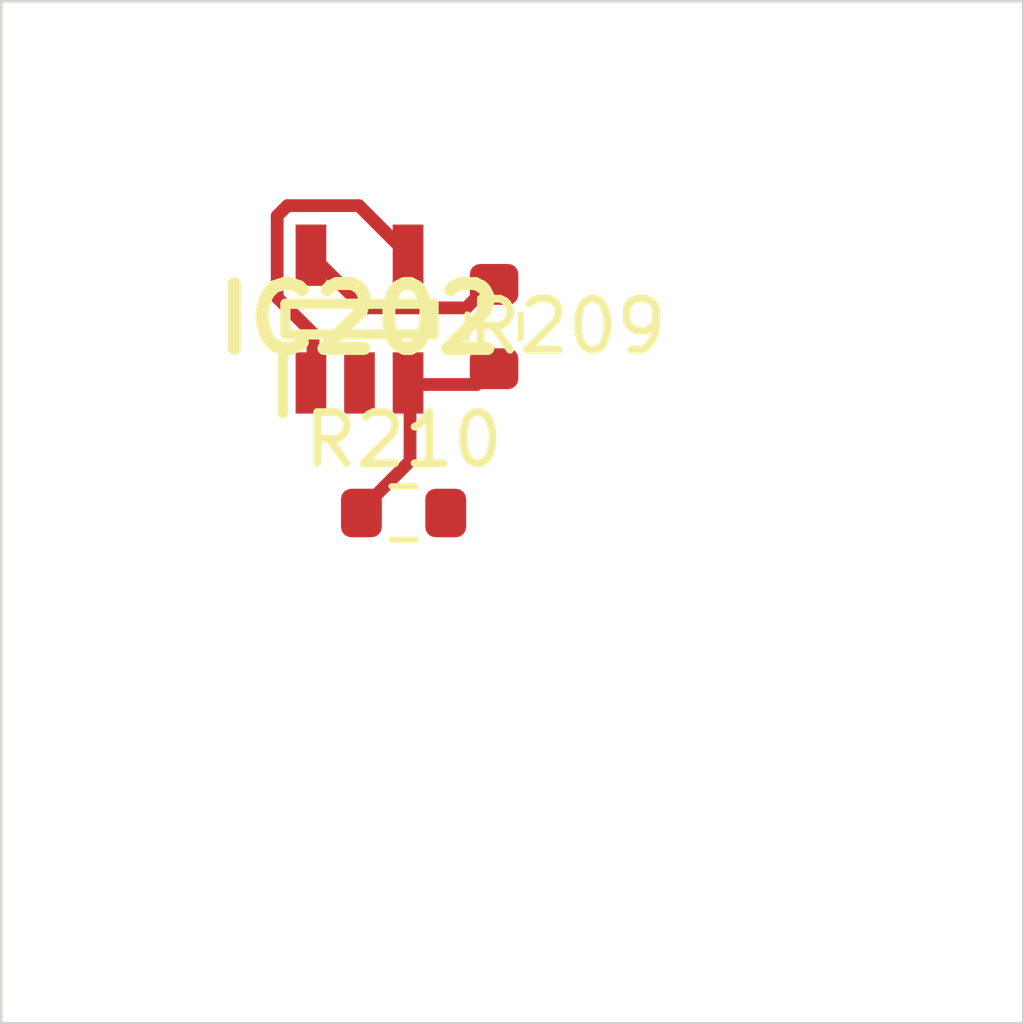
<source format=kicad_pcb>
 ( kicad_pcb  ( version 20171130 )
 ( host pcbnew 5.1.12-84ad8e8a86~92~ubuntu18.04.1 )
 ( general  ( thickness 1.6 )
 ( drawings 4 )
 ( tracks 0 )
 ( zones 0 )
 ( modules 3 )
 ( nets 5 )
)
 ( page A4 )
 ( layers  ( 0 F.Cu signal )
 ( 31 B.Cu signal )
 ( 32 B.Adhes user )
 ( 33 F.Adhes user )
 ( 34 B.Paste user )
 ( 35 F.Paste user )
 ( 36 B.SilkS user )
 ( 37 F.SilkS user )
 ( 38 B.Mask user )
 ( 39 F.Mask user )
 ( 40 Dwgs.User user )
 ( 41 Cmts.User user )
 ( 42 Eco1.User user )
 ( 43 Eco2.User user )
 ( 44 Edge.Cuts user )
 ( 45 Margin user )
 ( 46 B.CrtYd user )
 ( 47 F.CrtYd user )
 ( 48 B.Fab user )
 ( 49 F.Fab user )
)
 ( setup  ( last_trace_width 0.25 )
 ( trace_clearance 0.2 )
 ( zone_clearance 0.508 )
 ( zone_45_only no )
 ( trace_min 0.2 )
 ( via_size 0.8 )
 ( via_drill 0.4 )
 ( via_min_size 0.4 )
 ( via_min_drill 0.3 )
 ( uvia_size 0.3 )
 ( uvia_drill 0.1 )
 ( uvias_allowed no )
 ( uvia_min_size 0.2 )
 ( uvia_min_drill 0.1 )
 ( edge_width 0.05 )
 ( segment_width 0.2 )
 ( pcb_text_width 0.3 )
 ( pcb_text_size 1.5 1.5 )
 ( mod_edge_width 0.12 )
 ( mod_text_size 1 1 )
 ( mod_text_width 0.15 )
 ( pad_size 1.524 1.524 )
 ( pad_drill 0.762 )
 ( pad_to_mask_clearance 0 )
 ( aux_axis_origin 0 0 )
 ( visible_elements FFFFFF7F )
 ( pcbplotparams  ( layerselection 0x010fc_ffffffff )
 ( usegerberextensions false )
 ( usegerberattributes true )
 ( usegerberadvancedattributes true )
 ( creategerberjobfile true )
 ( excludeedgelayer true )
 ( linewidth 0.100000 )
 ( plotframeref false )
 ( viasonmask false )
 ( mode 1 )
 ( useauxorigin false )
 ( hpglpennumber 1 )
 ( hpglpenspeed 20 )
 ( hpglpendiameter 15.000000 )
 ( psnegative false )
 ( psa4output false )
 ( plotreference true )
 ( plotvalue true )
 ( plotinvisibletext false )
 ( padsonsilk false )
 ( subtractmaskfromsilk false )
 ( outputformat 1 )
 ( mirror false )
 ( drillshape 1 )
 ( scaleselection 1 )
 ( outputdirectory "" )
)
)
 ( net 0 "" )
 ( net 1 GND )
 ( net 2 VDDA )
 ( net 3 /Sheet6235D886/vp )
 ( net 4 "Net-(IC202-Pad3)" )
 ( net_class Default "This is the default net class."  ( clearance 0.2 )
 ( trace_width 0.25 )
 ( via_dia 0.8 )
 ( via_drill 0.4 )
 ( uvia_dia 0.3 )
 ( uvia_drill 0.1 )
 ( add_net /Sheet6235D886/vp )
 ( add_net GND )
 ( add_net "Net-(IC202-Pad3)" )
 ( add_net VDDA )
)
 ( module SOT95P280X145-5N locked  ( layer F.Cu )
 ( tedit 62336ED7 )
 ( tstamp 623423ED )
 ( at 87.010600 106.220000 90.000000 )
 ( descr DBV0005A )
 ( tags "Integrated Circuit" )
 ( path /6235D887/6266C08E )
 ( attr smd )
 ( fp_text reference IC202  ( at 0 0 )
 ( layer F.SilkS )
 ( effects  ( font  ( size 1.27 1.27 )
 ( thickness 0.254 )
)
)
)
 ( fp_text value TL071HIDBVR  ( at 0 0 )
 ( layer F.SilkS )
hide  ( effects  ( font  ( size 1.27 1.27 )
 ( thickness 0.254 )
)
)
)
 ( fp_line  ( start -1.85 -1.5 )
 ( end -0.65 -1.5 )
 ( layer F.SilkS )
 ( width 0.2 )
)
 ( fp_line  ( start -0.3 1.45 )
 ( end -0.3 -1.45 )
 ( layer F.SilkS )
 ( width 0.2 )
)
 ( fp_line  ( start 0.3 1.45 )
 ( end -0.3 1.45 )
 ( layer F.SilkS )
 ( width 0.2 )
)
 ( fp_line  ( start 0.3 -1.45 )
 ( end 0.3 1.45 )
 ( layer F.SilkS )
 ( width 0.2 )
)
 ( fp_line  ( start -0.3 -1.45 )
 ( end 0.3 -1.45 )
 ( layer F.SilkS )
 ( width 0.2 )
)
 ( fp_line  ( start -0.8 -0.5 )
 ( end 0.15 -1.45 )
 ( layer Dwgs.User )
 ( width 0.1 )
)
 ( fp_line  ( start -0.8 1.45 )
 ( end -0.8 -1.45 )
 ( layer Dwgs.User )
 ( width 0.1 )
)
 ( fp_line  ( start 0.8 1.45 )
 ( end -0.8 1.45 )
 ( layer Dwgs.User )
 ( width 0.1 )
)
 ( fp_line  ( start 0.8 -1.45 )
 ( end 0.8 1.45 )
 ( layer Dwgs.User )
 ( width 0.1 )
)
 ( fp_line  ( start -0.8 -1.45 )
 ( end 0.8 -1.45 )
 ( layer Dwgs.User )
 ( width 0.1 )
)
 ( fp_line  ( start -2.1 1.775 )
 ( end -2.1 -1.775 )
 ( layer Dwgs.User )
 ( width 0.05 )
)
 ( fp_line  ( start 2.1 1.775 )
 ( end -2.1 1.775 )
 ( layer Dwgs.User )
 ( width 0.05 )
)
 ( fp_line  ( start 2.1 -1.775 )
 ( end 2.1 1.775 )
 ( layer Dwgs.User )
 ( width 0.05 )
)
 ( fp_line  ( start -2.1 -1.775 )
 ( end 2.1 -1.775 )
 ( layer Dwgs.User )
 ( width 0.05 )
)
 ( pad 1 smd rect  ( at -1.25 -0.95 180.000000 )
 ( size 0.6 1.2 )
 ( layers F.Cu F.Mask F.Paste )
 ( net 3 /Sheet6235D886/vp )
)
 ( pad 2 smd rect  ( at -1.25 0 180.000000 )
 ( size 0.6 1.2 )
 ( layers F.Cu F.Mask F.Paste )
 ( net 1 GND )
)
 ( pad 3 smd rect  ( at -1.25 0.95 180.000000 )
 ( size 0.6 1.2 )
 ( layers F.Cu F.Mask F.Paste )
 ( net 4 "Net-(IC202-Pad3)" )
)
 ( pad 4 smd rect  ( at 1.25 0.95 180.000000 )
 ( size 0.6 1.2 )
 ( layers F.Cu F.Mask F.Paste )
 ( net 3 /Sheet6235D886/vp )
)
 ( pad 5 smd rect  ( at 1.25 -0.95 180.000000 )
 ( size 0.6 1.2 )
 ( layers F.Cu F.Mask F.Paste )
 ( net 2 VDDA )
)
)
 ( module Resistor_SMD:R_0603_1608Metric  ( layer F.Cu )
 ( tedit 5F68FEEE )
 ( tstamp 62342595 )
 ( at 89.644600 106.366000 270.000000 )
 ( descr "Resistor SMD 0603 (1608 Metric), square (rectangular) end terminal, IPC_7351 nominal, (Body size source: IPC-SM-782 page 72, https://www.pcb-3d.com/wordpress/wp-content/uploads/ipc-sm-782a_amendment_1_and_2.pdf), generated with kicad-footprint-generator" )
 ( tags resistor )
 ( path /6235D887/623CDBD9 )
 ( attr smd )
 ( fp_text reference R209  ( at 0 -1.43 )
 ( layer F.SilkS )
 ( effects  ( font  ( size 1 1 )
 ( thickness 0.15 )
)
)
)
 ( fp_text value 100k  ( at 0 1.43 )
 ( layer F.Fab )
 ( effects  ( font  ( size 1 1 )
 ( thickness 0.15 )
)
)
)
 ( fp_line  ( start -0.8 0.4125 )
 ( end -0.8 -0.4125 )
 ( layer F.Fab )
 ( width 0.1 )
)
 ( fp_line  ( start -0.8 -0.4125 )
 ( end 0.8 -0.4125 )
 ( layer F.Fab )
 ( width 0.1 )
)
 ( fp_line  ( start 0.8 -0.4125 )
 ( end 0.8 0.4125 )
 ( layer F.Fab )
 ( width 0.1 )
)
 ( fp_line  ( start 0.8 0.4125 )
 ( end -0.8 0.4125 )
 ( layer F.Fab )
 ( width 0.1 )
)
 ( fp_line  ( start -0.237258 -0.5225 )
 ( end 0.237258 -0.5225 )
 ( layer F.SilkS )
 ( width 0.12 )
)
 ( fp_line  ( start -0.237258 0.5225 )
 ( end 0.237258 0.5225 )
 ( layer F.SilkS )
 ( width 0.12 )
)
 ( fp_line  ( start -1.48 0.73 )
 ( end -1.48 -0.73 )
 ( layer F.CrtYd )
 ( width 0.05 )
)
 ( fp_line  ( start -1.48 -0.73 )
 ( end 1.48 -0.73 )
 ( layer F.CrtYd )
 ( width 0.05 )
)
 ( fp_line  ( start 1.48 -0.73 )
 ( end 1.48 0.73 )
 ( layer F.CrtYd )
 ( width 0.05 )
)
 ( fp_line  ( start 1.48 0.73 )
 ( end -1.48 0.73 )
 ( layer F.CrtYd )
 ( width 0.05 )
)
 ( fp_text user %R  ( at 0 0 )
 ( layer F.Fab )
 ( effects  ( font  ( size 0.4 0.4 )
 ( thickness 0.06 )
)
)
)
 ( pad 1 smd roundrect  ( at -0.825 0 270.000000 )
 ( size 0.8 0.95 )
 ( layers F.Cu F.Mask F.Paste )
 ( roundrect_rratio 0.25 )
 ( net 2 VDDA )
)
 ( pad 2 smd roundrect  ( at 0.825 0 270.000000 )
 ( size 0.8 0.95 )
 ( layers F.Cu F.Mask F.Paste )
 ( roundrect_rratio 0.25 )
 ( net 4 "Net-(IC202-Pad3)" )
)
 ( model ${KISYS3DMOD}/Resistor_SMD.3dshapes/R_0603_1608Metric.wrl  ( at  ( xyz 0 0 0 )
)
 ( scale  ( xyz 1 1 1 )
)
 ( rotate  ( xyz 0 0 0 )
)
)
)
 ( module Resistor_SMD:R_0603_1608Metric  ( layer F.Cu )
 ( tedit 5F68FEEE )
 ( tstamp 623425A6 )
 ( at 87.873200 110.015000 )
 ( descr "Resistor SMD 0603 (1608 Metric), square (rectangular) end terminal, IPC_7351 nominal, (Body size source: IPC-SM-782 page 72, https://www.pcb-3d.com/wordpress/wp-content/uploads/ipc-sm-782a_amendment_1_and_2.pdf), generated with kicad-footprint-generator" )
 ( tags resistor )
 ( path /6235D887/623CDBDF )
 ( attr smd )
 ( fp_text reference R210  ( at 0 -1.43 )
 ( layer F.SilkS )
 ( effects  ( font  ( size 1 1 )
 ( thickness 0.15 )
)
)
)
 ( fp_text value 100k  ( at 0 1.43 )
 ( layer F.Fab )
 ( effects  ( font  ( size 1 1 )
 ( thickness 0.15 )
)
)
)
 ( fp_line  ( start 1.48 0.73 )
 ( end -1.48 0.73 )
 ( layer F.CrtYd )
 ( width 0.05 )
)
 ( fp_line  ( start 1.48 -0.73 )
 ( end 1.48 0.73 )
 ( layer F.CrtYd )
 ( width 0.05 )
)
 ( fp_line  ( start -1.48 -0.73 )
 ( end 1.48 -0.73 )
 ( layer F.CrtYd )
 ( width 0.05 )
)
 ( fp_line  ( start -1.48 0.73 )
 ( end -1.48 -0.73 )
 ( layer F.CrtYd )
 ( width 0.05 )
)
 ( fp_line  ( start -0.237258 0.5225 )
 ( end 0.237258 0.5225 )
 ( layer F.SilkS )
 ( width 0.12 )
)
 ( fp_line  ( start -0.237258 -0.5225 )
 ( end 0.237258 -0.5225 )
 ( layer F.SilkS )
 ( width 0.12 )
)
 ( fp_line  ( start 0.8 0.4125 )
 ( end -0.8 0.4125 )
 ( layer F.Fab )
 ( width 0.1 )
)
 ( fp_line  ( start 0.8 -0.4125 )
 ( end 0.8 0.4125 )
 ( layer F.Fab )
 ( width 0.1 )
)
 ( fp_line  ( start -0.8 -0.4125 )
 ( end 0.8 -0.4125 )
 ( layer F.Fab )
 ( width 0.1 )
)
 ( fp_line  ( start -0.8 0.4125 )
 ( end -0.8 -0.4125 )
 ( layer F.Fab )
 ( width 0.1 )
)
 ( fp_text user %R  ( at 0 0 )
 ( layer F.Fab )
 ( effects  ( font  ( size 0.4 0.4 )
 ( thickness 0.06 )
)
)
)
 ( pad 2 smd roundrect  ( at 0.825 0 )
 ( size 0.8 0.95 )
 ( layers F.Cu F.Mask F.Paste )
 ( roundrect_rratio 0.25 )
 ( net 1 GND )
)
 ( pad 1 smd roundrect  ( at -0.825 0 )
 ( size 0.8 0.95 )
 ( layers F.Cu F.Mask F.Paste )
 ( roundrect_rratio 0.25 )
 ( net 4 "Net-(IC202-Pad3)" )
)
 ( model ${KISYS3DMOD}/Resistor_SMD.3dshapes/R_0603_1608Metric.wrl  ( at  ( xyz 0 0 0 )
)
 ( scale  ( xyz 1 1 1 )
)
 ( rotate  ( xyz 0 0 0 )
)
)
)
 ( gr_line  ( start 100 100 )
 ( end 100 120 )
 ( layer Edge.Cuts )
 ( width 0.05 )
 ( tstamp 62E770C4 )
)
 ( gr_line  ( start 80 120 )
 ( end 100 120 )
 ( layer Edge.Cuts )
 ( width 0.05 )
 ( tstamp 62E770C0 )
)
 ( gr_line  ( start 80 100 )
 ( end 100 100 )
 ( layer Edge.Cuts )
 ( width 0.05 )
 ( tstamp 6234110C )
)
 ( gr_line  ( start 80 100 )
 ( end 80 120 )
 ( layer Edge.Cuts )
 ( width 0.05 )
)
 ( segment  ( start 89.600001 105.500002 )
 ( end 89.100001 106.000002 )
 ( width 0.250000 )
 ( layer F.Cu )
 ( net 2 )
)
 ( segment  ( start 89.100001 106.000002 )
 ( end 87.100001 106.000002 )
 ( width 0.250000 )
 ( layer F.Cu )
 ( net 2 )
)
 ( segment  ( start 87.100001 106.000002 )
 ( end 86.100001 105.000002 )
 ( width 0.250000 )
 ( layer F.Cu )
 ( net 2 )
)
 ( segment  ( start 88.000001 105.000002 )
 ( end 87.000001 104.000002 )
 ( width 0.250000 )
 ( layer F.Cu )
 ( net 3 )
)
 ( segment  ( start 87.000001 104.000002 )
 ( end 85.600001 104.000002 )
 ( width 0.250000 )
 ( layer F.Cu )
 ( net 3 )
)
 ( segment  ( start 85.600001 104.000002 )
 ( end 85.400001 104.200002 )
 ( width 0.250000 )
 ( layer F.Cu )
 ( net 3 )
)
 ( segment  ( start 85.400001 104.200002 )
 ( end 85.400001 105.800002 )
 ( width 0.250000 )
 ( layer F.Cu )
 ( net 3 )
)
 ( segment  ( start 85.400001 105.800002 )
 ( end 86.100001 106.500002 )
 ( width 0.250000 )
 ( layer F.Cu )
 ( net 3 )
)
 ( segment  ( start 86.100001 106.500002 )
 ( end 86.100001 107.500002 )
 ( width 0.250000 )
 ( layer F.Cu )
 ( net 3 )
)
 ( segment  ( start 89.600001 107.200002 )
 ( end 89.300001 107.500002 )
 ( width 0.250000 )
 ( layer F.Cu )
 ( net 4 )
)
 ( segment  ( start 89.300001 107.500002 )
 ( end 88.000001 107.500002 )
 ( width 0.250000 )
 ( layer F.Cu )
 ( net 4 )
)
 ( segment  ( start 87.000001 110.000002 )
 ( end 88.000001 109.000002 )
 ( width 0.250000 )
 ( layer F.Cu )
 ( net 4 )
)
 ( segment  ( start 88.000001 109.000002 )
 ( end 88.000001 107.500002 )
 ( width 0.250000 )
 ( layer F.Cu )
 ( net 4 )
)
)

</source>
